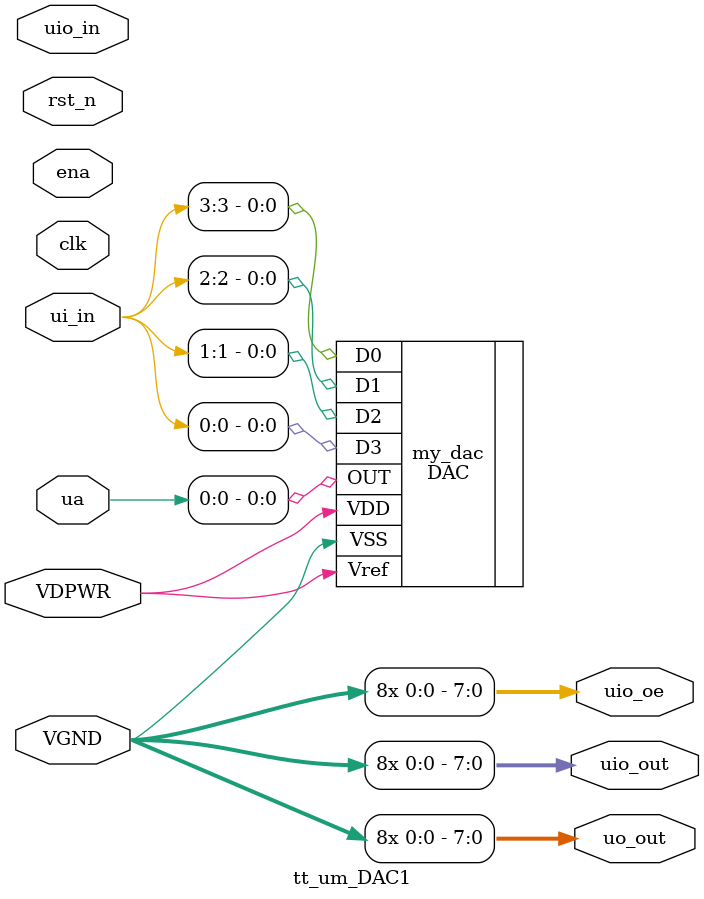
<source format=v>
/*
 * Copyright (c) 2024 Your Name
 * SPDX-License-Identifier: Apache-2.0
 */

`default_nettype none

module tt_um_DAC1 (
    input  wire       VGND,
    input  wire       VDPWR,    // 1.8v power supply
//    input  wire       VAPWR,    // 3.3v power supply
    input  wire [7:0] ui_in,    // Dedicated inputs
    output wire [7:0] uo_out,   // Dedicated outputs
    input  wire [7:0] uio_in,   // IOs: Input path
    output wire [7:0] uio_out,  // IOs: Output path
    output wire [7:0] uio_oe,   // IOs: Enable path (active high: 0=input, 1=output)
    inout  wire [7:0] ua,       // Analog pins, only ua[5:0] can be used
    input  wire       ena,      // always 1 when the design is powered, so you can ignore it
    input  wire       clk,      // clock
    input  wire       rst_n     // reset_n - low to reset
);
	DAC my_dac (
	.D3(ui_in[0]),
	.D2(ui_in[1]),
	.D1(ui_in[2]),
	.D0(ui_in[3]),
	.OUT(ua[0]),
	.Vref(VDPWR),
	.VDD(VDPWR),
	.VSS(VGND)
	);
	
 assign uo_out[0] = VGND;
 assign uo_out[1] = VGND;
 assign uo_out[2] = VGND;
 assign uo_out[3] = VGND;
 assign uo_out[4] = VGND;
 assign uo_out[5] = VGND;
 assign uo_out[6] = VGND;
 assign uo_out[7] = VGND;
 
 assign uio_out[0] = VGND;
 assign uio_out[1] = VGND;
 assign uio_out[2] = VGND;
 assign uio_out[3] = VGND;
 assign uio_out[4] = VGND;
 assign uio_out[5] = VGND;
 assign uio_out[6] = VGND;
 assign uio_out[7] = VGND;
 
 assign uio_oe[0] = VGND;
 assign uio_oe[1] = VGND;
 assign uio_oe[2] = VGND;
 assign uio_oe[3] = VGND;
 assign uio_oe[4] = VGND;
 assign uio_oe[5] = VGND;
 assign uio_oe[6] = VGND;
 assign uio_oe[7] = VGND;
 
endmodule

</source>
